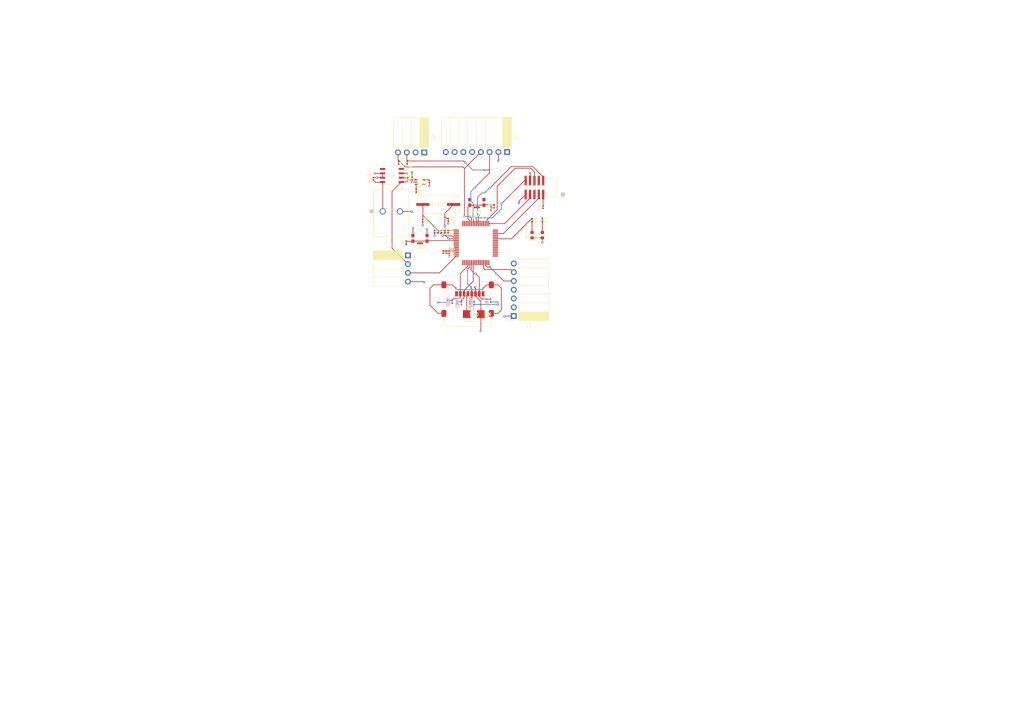
<source format=kicad_pcb>
(kicad_pcb (version 20240108) (generator "pcbnew") (generator_version "8.0")
  (layers (0 "F.Cu" signal) (31 "B.Cu" signal) (34 "B.Paste" user) (35 "F.Paste" user) (36 "B.SilkS" user "B.Silkscreen") (37 "F.SilkS" user "F.Silkscreen") (38 "B.Mask" user) (39 "F.Mask" user) (44 "Edge.Cuts" user))
  (net 0 "")
  (net 1 "Net-(J5-VTref)")
  (net 2 "/BOOT0")
  (net 3 "/OSC_IN")
  (net 4 "/OSC_OUT")
  (net 5 "/MOSI")
  (net 6 "/MISO")
  (net 7 "/CS")
  (net 8 "/SCK")
  (net 9 "Net-(D1-A)")
  (net 10 "Net-(D2-A)")
  (net 11 "/SDA")
  (net 13 "/SCL")
  (net 16 "/RX")
  (net 17 "/TX")
  (net 21 "unconnected-(J4-SHIELD-Pad9)")
  (net 24 "/TDI")
  (net 25 "/NRST")
  (net 26 "/TMS")
  (net 28 "/TDO")
  (net 29 "/TCK")
  (net 30 "/PRESSURE_OUT")
  (net 32 "/GPIO_LED")
  (net 33 "Net-(U3-EN)")
  (net 72 "+3.3V")
  (net 73 "+3.3VA")
  (net 74 "+VDC")
  (net 75 "+5V")
  (net 76 "GND")
  (footprint "LED_SMD:LED_0603_1608Metric" (layer "F.Cu") (at 157.3 68.2 90)
    (property "Reference" "D1")
    (property "Value" "LED")
  )
  (footprint "Package_QFP:LQFP-64_10x10mm_P0.5mm" (layer "F.Cu") (at 138 70.5)
    (property "Reference" "U1")
    (property "Value" "STM32L476RGTx")
  )
  (footprint "Capacitor_SMD:C_0201_0603Metric" (layer "F.Cu") (at 118.2666 51.9 -90)
    (property "Reference" "C13")
    (property "Value" "100nF")
  )
  (footprint "Resistor_SMD:R_0201_0603Metric_Pad0.64x0.40mm_HandSolder" (layer "F.Cu") (at 143.3 59.8925 90)
    (property "Reference" "R1")
    (property "Value" "10k")
  )
  (footprint "Capacitor_SMD:C_0201_0603Metric" (layer "F.Cu") (at 129.4 73.1 -90)
    (property "Reference" "C14")
    (property "Value" "1uF")
  )
  (footprint "Capacitor_SMD:C_0201_0603Metric" (layer "F.Cu") (at 129 67.18 -90)
    (property "Reference" "C2")
    (property "Value" "100nF")
  )
  (footprint "Capacitor_SMD:C_0201_0603Metric" (layer "F.Cu") (at 119.5 51 90)
    (property "Reference" "C12")
    (property "Value" "1uF")
  )
  (footprint "Inductor_SMD:L_0201_0603Metric" (layer "F.Cu") (at 128.5 73.1 90)
    (property "Reference" "L1")
    (property "Value" "3.3uh")
  )
  (footprint "Resistor_SMD:R_0201_0603Metric_Pad0.64x0.40mm_HandSolder" (layer "F.Cu") (at 157.3 63.8075 -90)
    (property "Reference" "R3")
    (property "Value" "220")
  )
  (footprint "Capacitor_SMD:C_0201_0603Metric" (layer "F.Cu") (at 127 67.2 -90)
    (property "Reference" "C4")
    (property "Value" "100nF")
  )
  (footprint "Capacitor_SMD:C_0201_0603Metric" (layer "F.Cu") (at 130.3 73.1 -90)
    (property "Reference" "C15")
    (property "Value" "10uf")
  )
  (footprint "Connector_PinSocket_2.54mm:PinSocket_1x07_P2.54mm_Horizontal" (layer "F.Cu") (at 149 91.65 180)
    (property "Reference" "J3")
    (property "Value" "Conn_01x07_Pin")
  )
  (footprint "MIC5365-3.3YC5-TR:SC-70_C5_MCH" (layer "F.Cu") (at 121.8 52.8)
    (property "Reference" "U3")
    (property "Value" "MIC5365-3.3YC5-TR")
  )
  (footprint "SMLVT3V3:SMB_STM" (layer "F.Cu") (at 137.4 91.1 180)
    (property "Reference" "CR1")
    (property "Value" "SMLVT3V3")
  )
  (footprint "LED_SMD:LED_0603_1608Metric" (layer "F.Cu") (at 154.3 68.2 90)
    (property "Reference" "D2")
    (property "Value" "LED")
  )
  (footprint "1987724:CONN_1987724_PXC" (layer "F.Cu") (at 111 61.3)
    (property "Reference" "J7")
    (property "Value" "1987724")
  )
  (footprint "Capacitor_SMD:C_0201_0603Metric" (layer "F.Cu") (at 124.5 52.6 90)
    (property "Reference" "C11")
    (property "Value" "1uF")
  )
  (footprint "3221_10_0300_00:CONN10_3221-10-0300-00_CNC" (layer "F.Cu") (at 154.9951 54.38725 180)
    (property "Reference" "J5")
    (property "Value" "Conn_ARM_JTAG_SWD_10")
  )
  (footprint "Connector_Card:microSD_HC_Molex_47219-2001" (layer "F.Cu") (at 135.605 87.3)
    (property "Reference" "J4")
    (property "Value" "Micro_SD_Card")
  )
  (footprint "Button_Switch_SMD:SW_SPST_CK_KMS2xxGP" (layer "F.Cu") (at 121.8 69.125 180)
    (property "Reference" "SW2")
    (property "Value" "CK_KMS2xxG")
  )
  (footprint "Resistor_SMD:R_0201_0603Metric_Pad0.64x0.40mm_HandSolder" (layer "F.Cu") (at 115.6 47.1 -90)
    (property "Reference" "R13")
    (property "Value" "4.7K")
  )
  (footprint "Capacitor_SMD:C_0201_0603Metric" (layer "F.Cu") (at 126 67.2 -90)
    (property "Reference" "C5")
    (property "Value" "100nF")
  )
  (footprint "Connector_PinSocket_2.54mm:PinSocket_1x08_P2.54mm_Horizontal" (layer "F.Cu") (at 147.075 44.1 -90)
    (property "Reference" "J1")
    (property "Value" "Conn_01x08_Pin")
  )
  (footprint "Connector_PinSocket_2.54mm:PinSocket_1x04_P2.54mm_Horizontal" (layer "F.Cu") (at 118.3 74.05)
    (property "Reference" "J6")
    (property "Value" "Conn_01x04_Pin")
  )
  (footprint "Capacitor_SMD:C_0201_0603Metric" (layer "F.Cu") (at 130 63.7 -90)
    (property "Reference" "C9")
    (property "Value" "18pF")
  )
  (footprint "MC78L05ACDR2G:SOIC8_ONS" (layer "F.Cu") (at 113.6666 50.9 180)
    (property "Reference" "U2")
    (property "Value" "MC78L05ACDR2G")
  )
  (footprint "Capacitor_SMD:C_0201_0603Metric" (layer "F.Cu") (at 142.4 59.7 -90)
    (property "Reference" "C7")
    (property "Value" "100nF")
  )
  (footprint "Button_Switch_SMD:SW_SPST_CK_KMS2xxGP" (layer "F.Cu") (at 138.3 58.7 180)
    (property "Reference" "SW1")
    (property "Value" "CK_KMS2xxG")
  )
  (footprint "Capacitor_SMD:C_0201_0603Metric" (layer "F.Cu") (at 122.6 64 -90)
    (property "Reference" "C8")
    (property "Value" "18pF")
  )
  (footprint "Capacitor_SMD:C_0201_0603Metric" (layer "F.Cu") (at 130 67.18 -90)
    (property "Reference" "C1")
    (property "Value" "100nF")
  )
  (footprint "Capacitor_SMD:C_0201_0603Metric" (layer "F.Cu") (at 108.2666 51.82 90)
    (property "Reference" "C10")
    (property "Value" "0.33uf")
  )
  (footprint "Resistor_SMD:R_0201_0603Metric_Pad0.64x0.40mm_HandSolder" (layer "F.Cu") (at 118.1 47.1 -90)
    (property "Reference" "R12")
    (property "Value" "4.7K")
  )
  (footprint "ABLS-8.000MHZ-K4T:CRYSTAL_ABLS-8.000MHZ-K4T_ABR" (layer "F.Cu") (at 127.1 59.3)
    (property "Reference" "XTAL1")
    (property "Value" "ABLS-8.000MHZ-K4T")
  )
  (footprint "Resistor_SMD:R_0201_0603Metric_Pad0.64x0.40mm_HandSolder" (layer "F.Cu") (at 120.7 55.3 -90)
    (property "Reference" "R14")
    (property "Value" "10k")
  )
  (footprint "Capacitor_SMD:C_0201_0603Metric" (layer "F.Cu") (at 128 67.2 -90)
    (property "Reference" "C3")
    (property "Value" "100nF")
  )
  (footprint "Resistor_SMD:R_0201_0603Metric_Pad0.64x0.40mm_HandSolder" (layer "F.Cu") (at 117.8 70.4 90)
    (property "Reference" "R2")
    (property "Value" "10k")
  )
  (footprint "Resistor_SMD:R_0201_0603Metric_Pad0.64x0.40mm_HandSolder" (layer "F.Cu") (at 154.31 63.8925 -90)
    (property "Reference" "R4")
    (property "Value" "220")
  )
  (footprint "Capacitor_SMD:C_0201_0603Metric" (layer "F.Cu") (at 157.5 60.1 90)
    (property "Reference" "C6")
    (property "Value" "100nF")
  )
  (footprint "Connector_PinSocket_2.54mm:PinSocket_1x04_P2.54mm_Horizontal" (layer "F.Cu") (at 123.05 44.2 -90)
    (property "Reference" "J2")
    (property "Value" "Conn_01x04_Pin")
  )
  (footprint "Resistor_SMD:R_0201_0603Metric_Pad0.64x0.40mm_HandSolder" (layer "B.Cu") (at 133.8 87.9 -90)
    (property "Reference" "R7")
    (property "Value" "10k")
  )
  (footprint "PESD5V0S1UL,315:DFN1006-2_SOD882_NEX" (layer "B.Cu") (at 141.2 87.2 90)
    (property "Reference" "CR3")
    (property "Value" "PESD5V0S1UL_315")
  )
  (footprint "Resistor_SMD:R_0201_0603Metric_Pad0.64x0.40mm_HandSolder" (layer "B.Cu") (at 137.5 87.9 -90)
    (property "Reference" "R10")
    (property "Value" "10k")
  )
  (footprint "PESD5V0S1UL,315:DFN1006-2_SOD882_NEX" (layer "B.Cu") (at 136.4 87.8 90)
    (property "Reference" "CR5")
    (property "Value" "PESD5V0S1UL_315")
  )
  (footprint "Resistor_SMD:R_0201_0603Metric_Pad0.64x0.40mm_HandSolder" (layer "B.Cu") (at 142.3 87.2 -90)
    (property "Reference" "R8")
    (property "Value" "10k")
  )
  (footprint "PESD5V0S1UL,315:DFN1006-2_SOD882_NEX" (layer "B.Cu") (at 132.6 87.8 90)
    (property "Reference" "CR2")
    (property "Value" "PESD5V0S1UL_315")
  )
  (footprint "PESD5V0S1UL,315:DFN1006-2_SOD882_NEX" (layer "B.Cu") (at 129.9 87.4 90)
    (property "Reference" "CR4")
    (property "Value" "PESD5V0S1UL_315")
  )
  (footprint "Resistor_SMD:R_0201_0603Metric_Pad0.64x0.40mm_HandSolder" (layer "B.Cu") (at 131.1 87.5 -90)
    (property "Reference" "R9")
    (property "Value" "10k")
  )
  (segment (start 157.5 59.78) (end 157.5 56.442348) (width 0.2) (layer "F.Cu") (net 1))
  (segment (start 157.5 56.442348) (end 157.5351 56.407248) (width 0.2) (layer "F.Cu") (net 1))
  (segment (start 140.35 59.5) (end 140.47 59.38) (width 0.2) (layer "F.Cu") (net 2))
  (segment (start 136.25 59.5) (end 140.35 59.5) (width 0.2) (layer "F.Cu") (net 2))
  (segment (start 136.25 64.01759) (end 136.25 64.825) (width 0.2) (layer "F.Cu") (net 2))
  (segment (start 135.7 60.05) (end 135.7 63.46759) (width 0.2) (layer "F.Cu") (net 2))
  (segment (start 136.25 59.5) (end 135.7 60.05) (width 0.2) (layer "F.Cu") (net 2))
  (segment (start 140.47 59.38) (end 142.4 59.38) (width 0.2) (layer "F.Cu") (net 2))
  (segment (start 135.7 63.46759) (end 136.25 64.01759) (width 0.2) (layer "F.Cu") (net 2))
  (segment (start 143.195 59.38) (end 143.3 59.485) (width 0.2) (layer "F.Cu") (net 2))
  (segment (start 142.4 59.38) (end 143.195 59.38) (width 0.2) (layer "F.Cu") (net 2))
  (segment (start 131.451544 68.75) (end 132.325 68.75) (width 0.2) (layer "F.Cu") (net 3))
  (segment (start 122.6423 62.4423) (end 126 65.8) (width 0.2) (layer "F.Cu") (net 3))
  (segment (start 122.6 62.4846) (end 122.6423 62.4423) (width 0.2) (layer "F.Cu") (net 3))
  (segment (start 131.101544 68.4) (end 131.451544 68.75) (width 0.2) (layer "F.Cu") (net 3))
  (segment (start 128.5 68.4) (end 131.101544 68.4) (width 0.2) (layer "F.Cu") (net 3))
  (segment (start 122.6 63.68) (end 122.6 62.4846) (width 0.2) (layer "F.Cu") (net 3))
  (segment (start 122.6423 59.3) (end 122.6423 62.4423) (width 0.2) (layer "F.Cu") (net 3))
  (segment (start 128.4 68.3) (end 128.5 68.4) (width 0.2) (layer "F.Cu") (net 3))
  (via (at 126 65.8) (size 0.6) (drill 0.3) (layers "F.Cu" "B.Cu") (net 3))
  (via (at 128.4 68.3) (size 0.6) (drill 0.3) (layers "F.Cu" "B.Cu") (net 3))
  (segment (start 126.6 66.4) (end 126.6 66.5) (width 0.2) (layer "B.Cu") (net 3))
  (segment (start 128.4 68.3) (end 128.5 68.4) (width 0.2) (layer "B.Cu") (net 3))
  (segment (start 126.6 66.5) (end 128.4 68.3) (width 0.2) (layer "B.Cu") (net 3))
  (segment (start 126 65.8) (end 126.6 66.4) (width 0.2) (layer "B.Cu") (net 3))
  (segment (start 129 62.8) (end 129 65.5) (width 0.2) (layer "F.Cu") (net 4))
  (segment (start 131.5577 59.3) (end 129 61.8577) (width 0.2) (layer "F.Cu") (net 4))
  (segment (start 129 61.8577) (end 129 62) (width 0.2) (layer "F.Cu") (net 4))
  (segment (start 129.58 63.38) (end 129 62.8) (width 0.2) (layer "F.Cu") (net 4))
  (segment (start 130.15 69.25) (end 132.325 69.25) (width 0.2) (layer "F.Cu") (net 4))
  (segment (start 130 63.38) (end 129.58 63.38) (width 0.2) (layer "F.Cu") (net 4))
  (segment (start 129 62) (end 129 62.8) (width 0.2) (layer "F.Cu") (net 4))
  (segment (start 130 69.1) (end 130.15 69.25) (width 0.2) (layer "F.Cu") (net 4))
  (via (at 129 65.5) (size 0.6) (drill 0.3) (layers "F.Cu" "B.Cu") (net 4))
  (via (at 130 69.1) (size 0.6) (drill 0.3) (layers "F.Cu" "B.Cu") (net 4))
  (segment (start 129 68.1) (end 130 69.1) (width 0.2) (layer "B.Cu") (net 4))
  (segment (start 129 65.5) (end 129 68.1) (width 0.2) (layer "B.Cu") (net 4))
  (segment (start 137.25 81.6) (end 137.25 76.175) (width 0.2) (layer "F.Cu") (net 5))
  (segment (start 134.1 86.8) (end 134.6 86.3) (width 0.2) (layer "F.Cu") (net 5))
  (segment (start 134.6 84.25) (end 137.25 81.6) (width 0.2) (layer "F.Cu") (net 5))
  (segment (start 134.6 85.2) (end 134.6 84.25) (width 0.2) (layer "F.Cu") (net 5))
  (segment (start 134.6 86.3) (end 134.6 85.2) (width 0.2) (layer "F.Cu") (net 5))
  (via (at 134.1 86.8) (size 0.6) (drill 0.3) (layers "F.Cu" "B.Cu") (net 5))
  (segment (start 133.8 87.1) (end 134.1 86.8) (width 0.2) (layer "B.Cu") (net 5))
  (segment (start 132.6 87.4825) (end 133.79 87.4825) (width 0.2) (layer "B.Cu") (net 5))
  (segment (start 133.79 87.4825) (end 133.8 87.4925) (width 0.2) (layer "B.Cu") (net 5))
  (segment (start 133.8 87.4925) (end 133.8 87.1) (width 0.2) (layer "B.Cu") (net 5))
  (segment (start 136.6 78) (end 136.75 77.85) (width 0.2) (layer "F.Cu") (net 6))
  (segment (start 136.75 77.85) (end 136.75 76.175) (width 0.2) (layer "F.Cu") (net 6))
  (segment (start 139 85.2) (end 139 80.4) (width 0.2) (layer "F.Cu") (net 6))
  (segment (start 139.7 86.7) (end 139 86) (width 0.2) (layer "F.Cu") (net 6))
  (segment (start 139 80.4) (end 138 79.4) (width 0.2) (layer "F.Cu") (net 6))
  (segment (start 139 86) (end 139 85.2) (width 0.2) (layer "F.Cu") (net 6))
  (via (at 136.6 78) (size 0.6) (drill 0.3) (layers "F.Cu" "B.Cu") (net 6))
  (via (at 139.7 86.7) (size 0.6) (drill 0.3) (layers "F.Cu" "B.Cu") (net 6))
  (via (at 138 79.4) (size 0.6) (drill 0.3) (layers "F.Cu" "B.Cu") (net 6))
  (segment (start 138 79.4) (end 137.651471 79.4) (width 0.2) (layer "B.Cu") (net 6))
  (segment (start 139.7 86.7) (end 141.0175 86.7) (width 0.2) (layer "B.Cu") (net 6))
  (segment (start 136.6 78.348529) (end 136.6 78) (width 0.2) (layer "B.Cu") (net 6))
  (segment (start 141.29 86.7925) (end 141.2 86.8825) (width 0.2) (layer "B.Cu") (net 6))
  (segment (start 137.651471 79.4) (end 136.6 78.348529) (width 0.2) (layer "B.Cu") (net 6))
  (segment (start 142.3 86.7925) (end 141.29 86.7925) (width 0.2) (layer "B.Cu") (net 6))
  (segment (start 141.0175 86.7) (end 141.2 86.8825) (width 0.2) (layer "B.Cu") (net 6))
  (segment (start 133.05 86.6) (end 133.5 86.15) (width 0.2) (layer "F.Cu") (net 7))
  (segment (start 131.7 86.6) (end 133.05 86.6) (width 0.2) (layer "F.Cu") (net 7))
  (segment (start 133.5 86.15) (end 133.5 85.2) (width 0.2) (layer "F.Cu") (net 7))
  (segment (start 135.75 77.08241) (end 133.5 79.33241) (width 0.2) (layer "F.Cu") (net 7))
  (segment (start 133.5 79.33241) (end 133.5 85.2) (width 0.2) (layer "F.Cu") (net 7))
  (segment (start 135.75 76.175) (end 135.75 77.08241) (width 0.2) (layer "F.Cu") (net 7))
  (via (at 131.7 86.6) (size 0.6) (drill 0.3) (layers "F.Cu" "B.Cu") (net 7))
  (segment (start 131.1 87.0925) (end 131.5925 86.6) (width 0.2) (layer "B.Cu") (net 7))
  (segment (start 131.09 87.0825) (end 131.1 87.0925) (width 0.2) (layer "B.Cu") (net 7))
  (segment (start 131.5925 86.6) (end 131.7 86.6) (width 0.2) (layer "B.Cu") (net 7))
  (segment (start 131.7 86.6) (end 131.8 86.6) (width 0.2) (layer "B.Cu") (net 7))
  (segment (start 129.9 87.0825) (end 131.09 87.0825) (width 0.2) (layer "B.Cu") (net 7))
  (segment (start 136.6 86.5) (end 136.9 86.2) (width 0.2) (layer "F.Cu") (net 8))
  (segment (start 136.9 85.3) (end 136.8 85.2) (width 0.2) (layer "F.Cu") (net 8))
  (segment (start 136.9 86.2) (end 136.9 85.3) (width 0.2) (layer "F.Cu") (net 8))
  (segment (start 136.8 83.5) (end 136.6 83.3) (width 0.2) (layer "F.Cu") (net 8))
  (segment (start 135.6 78.1) (end 136.25 77.45) (width 0.2) (layer "F.Cu") (net 8))
  (segment (start 136.8 85.2) (end 136.8 83.5) (width 0.2) (layer "F.Cu") (net 8))
  (segment (start 136.25 77.45) (end 136.25 76.175) (width 0.2) (layer "F.Cu") (net 8))
  (via (at 136.6 86.5) (size 0.6) (drill 0.3) (layers "F.Cu" "B.Cu") (net 8))
  (via (at 135.6 78.1) (size 0.6) (drill 0.3) (layers "F.Cu" "B.Cu") (net 8))
  (via (at 136.6 83.3) (size 0.6) (drill 0.3) (layers "F.Cu" "B.Cu") (net 8))
  (segment (start 137.5 87.4925) (end 136.41 87.4925) (width 0.2) (layer "B.Cu") (net 8))
  (segment (start 135.6 78.1) (end 135.7 78.2) (width 0.2) (layer "B.Cu") (net 8))
  (segment (start 136.41 87.4925) (end 136.4 87.4825) (width 0.2) (layer "B.Cu") (net 8))
  (segment (start 135.6 82.3) (end 136.6 83.3) (width 0.2) (layer "B.Cu") (net 8))
  (segment (start 136.4 86.7) (end 136.6 86.5) (width 0.2) (layer "B.Cu") (net 8))
  (segment (start 136.4 87.4825) (end 136.4 86.7) (width 0.2) (layer "B.Cu") (net 8))
  (segment (start 135.6 78.1) (end 135.6 82.3) (width 0.2) (layer "B.Cu") (net 8))
  (segment (start 157.3 67.4125) (end 157.3 64.215) (width 0.2) (layer "F.Cu") (net 9))
  (segment (start 154.3 65.61) (end 154.31 65.6) (width 0.2) (layer "F.Cu") (net 10))
  (segment (start 154.31 65.6) (end 154.31 64.3) (width 0.2) (layer "F.Cu") (net 10))
  (segment (start 154.3 67.4125) (end 154.3 65.61) (width 0.2) (layer "F.Cu") (net 10))
  (segment (start 134.7 62.7) (end 134.7 48.855) (width 0.2) (layer "F.Cu") (net 11))
  (segment (start 136.75 63.25) (end 136.75 64.825) (width 0.2) (layer "F.Cu") (net 11))
  (segment (start 115.799999 46.6925) (end 117.507499 48.4) (width 0.2) (layer "F.Cu") (net 11))
  (segment (start 134.7 48.855) (end 139.455 44.1) (width 0.2) (layer "F.Cu") (net 11))
  (segment (start 115.43 44.2) (end 115.43 46.43) (width 0.2) (layer "F.Cu") (net 11))
  (segment (start 134.245 48.4) (end 134.7 48.855) (width 0.2) (layer "F.Cu") (net 11))
  (segment (start 115.43 46.43) (end 115.6 46.6) (width 0.2) (layer "F.Cu") (net 11))
  (segment (start 136.3 62.8) (end 136.75 63.25) (width 0.2) (layer "F.Cu") (net 11))
  (segment (start 115.6 46.6925) (end 115.799999 46.6925) (width 0.2) (layer "F.Cu") (net 11))
  (segment (start 117.507499 48.4) (end 134.245 48.4) (width 0.2) (layer "F.Cu") (net 11))
  (via (at 134.7 62.7) (size 0.6) (drill 0.3) (layers "F.Cu" "B.Cu") (net 11))
  (via (at 136.3 62.8) (size 0.6) (drill 0.3) (layers "F.Cu" "B.Cu") (net 11))
  (segment (start 134.7 62.7) (end 134.8 62.8) (width 0.2) (layer "B.Cu") (net 11))
  (segment (start 134.8 62.8) (end 136.3 62.8) (width 0.2) (layer "B.Cu") (net 11))
  (segment (start 137.2 62.8) (end 137.3 62.9) (width 0.2) (layer "F.Cu") (net 13))
  (segment (start 117.97 46.47) (end 118.1 46.6) (width 0.2) (layer "F.Cu") (net 13))
  (segment (start 134.4925 46.6925) (end 134.9 47.1) (width 0.2) (layer "F.Cu") (net 13))
  (segment (start 141.995 50.105) (end 137.7 54.4) (width 0.2) (layer "F.Cu") (net 13))
  (segment (start 141.995 44.1) (end 141.995 49.2) (width 0.2) (layer "F.Cu") (net 13))
  (segment (start 140.5 49.3) (end 141.895 49.3) (width 0.2) (layer "F.Cu") (net 13))
  (segment (start 137.3 62.9) (end 137.3 64.6) (width 0.2) (layer "F.Cu") (net 13))
  (segment (start 118.1 46.6925) (end 134.4925 46.6925) (width 0.2) (layer "F.Cu") (net 13))
  (segment (start 141.995 49.2) (end 141.995 50.105) (width 0.2) (layer "F.Cu") (net 13))
  (segment (start 117.97 44.2) (end 117.97 46.47) (width 0.2) (layer "F.Cu") (net 13))
  (segment (start 141.895 49.3) (end 141.995 49.2) (width 0.2) (layer "F.Cu") (net 13))
  (via (at 140.5 49.3) (size 0.6) (drill 0.3) (layers "F.Cu" "B.Cu") (net 13))
  (via (at 137.2 62.8) (size 0.6) (drill 0.3) (layers "F.Cu" "B.Cu") (net 13))
  (via (at 137.7 54.4) (size 0.6) (drill 0.3) (layers "F.Cu" "B.Cu") (net 13))
  (via (at 134.9 47.1) (size 0.6) (drill 0.3) (layers "F.Cu" "B.Cu") (net 13))
  (segment (start 137.1 49.3) (end 140.5 49.3) (width 0.2) (layer "B.Cu") (net 13))
  (segment (start 137.2 58.956371) (end 137.2 62.8) (width 0.2) (layer "B.Cu") (net 13))
  (segment (start 136.525 58.281371) (end 137.2 58.956371) (width 0.2) (layer "B.Cu") (net 13))
  (segment (start 134.9 47.1) (end 137.1 49.3) (width 0.2) (layer "B.Cu") (net 13))
  (segment (start 137.7 54.4) (end 136.525 55.575) (width 0.2) (layer "B.Cu") (net 13))
  (segment (start 136.525 55.575) (end 136.525 58.281371) (width 0.2) (layer "B.Cu") (net 13))
  (segment (start 146.09 81.49) (end 143.9 79.3) (width 0.2) (layer "F.Cu") (net 16))
  (segment (start 142.05 77.45) (end 141.21759 77.45) (width 0.2) (layer "F.Cu") (net 16))
  (segment (start 141.21759 77.45) (end 140.75 76.98241) (width 0.2) (layer "F.Cu") (net 16))
  (segment (start 140.75 76.98241) (end 140.75 76.175) (width 0.2) (layer "F.Cu") (net 16))
  (segment (start 149 81.49) (end 146.09 81.49) (width 0.2) (layer "F.Cu") (net 16))
  (via (at 143.9 79.3) (size 0.6) (drill 0.3) (layers "F.Cu" "B.Cu") (net 16))
  (via (at 142.05 77.45) (size 0.6) (drill 0.3) (layers "F.Cu" "B.Cu") (net 16))
  (segment (start 143.9 79.3) (end 142.05 77.45) (width 0.2) (layer "B.Cu") (net 16))
  (segment (start 142.05 77.45) (end 142 77.4) (width 0.2) (layer "B.Cu") (net 16))
  (segment (start 148.25 78.2) (end 140.6 78.2) (width 0.2) (layer "F.Cu") (net 17))
  (segment (start 140.25 77.85) (end 140.25 76.175) (width 0.2) (layer "F.Cu") (net 17))
  (segment (start 149 78.95) (end 148.25 78.2) (width 0.2) (layer "F.Cu") (net 17))
  (segment (start 140.6 78.2) (end 140.25 77.85) (width 0.2) (layer "F.Cu") (net 17))
  (segment (start 131.2 82.6) (end 132.3 83.7) (width 0.2) (layer "F.Cu") (net 21))
  (segment (start 124.7 88.5) (end 124.7 83.65) (width 0.2) (layer "F.Cu") (net 21))
  (segment (start 128.73 90.9) (end 127.1 90.9) (width 0.2) (layer "F.Cu") (net 21))
  (segment (start 145.4 89.9) (end 145.4 83.6) (width 0.2) (layer "F.Cu") (net 21))
  (segment (start 128.73 82.6) (end 131.2 82.6) (width 0.2) (layer "F.Cu") (net 21))
  (segment (start 125.75 82.6) (end 128.73 82.6) (width 0.2) (layer "F.Cu") (net 21))
  (segment (start 142.48 90.9) (end 144.4 90.9) (width 0.2) (layer "F.Cu") (net 21))
  (segment (start 144.4 90.9) (end 145.4 89.9) (width 0.2) (layer "F.Cu") (net 21))
  (segment (start 124.7 83.65) (end 125.75 82.6) (width 0.2) (layer "F.Cu") (net 21))
  (segment (start 145.4 83.6) (end 144.4 82.6) (width 0.2) (layer "F.Cu") (net 21))
  (segment (start 144.4 82.6) (end 142.48 82.6) (width 0.2) (layer "F.Cu") (net 21))
  (segment (start 127.1 90.9) (end 124.7 88.5) (width 0.2) (layer "F.Cu") (net 21))
  (segment (start 141.2 82.6) (end 142.48 82.6) (width 0.2) (layer "F.Cu") (net 21))
  (segment (start 140.1 83.7) (end 141.2 82.6) (width 0.2) (layer "F.Cu") (net 21))
  (via (at 140.1 83.7) (size 0.6) (drill 0.3) (layers "F.Cu" "B.Cu") (net 21))
  (via (at 132.3 83.7) (size 0.6) (drill 0.3) (layers "F.Cu" "B.Cu") (net 21))
  (segment (start 139.8 84) (end 140.1 83.7) (width 0.2) (layer "B.Cu") (net 21))
  (segment (start 132.6 84) (end 139.8 84) (width 0.2) (layer "B.Cu") (net 21))
  (segment (start 132.3 83.7) (end 132.6 84) (width 0.2) (layer "B.Cu") (net 21))
  (segment (start 149.4 48.8) (end 144.2 54) (width 0.2) (layer "F.Cu") (net 24))
  (segment (start 154.9951 52.367252) (end 154.9951 49.8951) (width 0.2) (layer "F.Cu") (net 24))
  (segment (start 153.9 48.8) (end 149.4 48.8) (width 0.2) (layer "F.Cu") (net 24))
  (segment (start 141.25 63.75) (end 141.25 64.825) (width 0.2) (layer "F.Cu") (net 24))
  (segment (start 144.2 60.8) (end 141.25 63.75) (width 0.2) (layer "F.Cu") (net 24))
  (segment (start 144.2 54) (end 144.2 60.8) (width 0.2) (layer "F.Cu") (net 24))
  (segment (start 154.9951 49.8951) (end 153.9 48.8) (width 0.2) (layer "F.Cu") (net 24))
  (segment (start 138.1 63.175) (end 138.25 63.325) (width 0.2) (layer "F.Cu") (net 25))
  (segment (start 138.25 63.325) (end 138.25 64.825) (width 0.2) (layer "F.Cu") (net 25))
  (segment (start 119.6825 69.9925) (end 119.75 69.925) (width 0.2) (layer "F.Cu") (net 25))
  (segment (start 124.025 69.75) (end 132.325 69.75) (width 0.2) (layer "F.Cu") (net 25))
  (segment (start 152.132748 52.367252) (end 145.4 59.1) (width 0.2) (layer "F.Cu") (net 25))
  (segment (start 123.85 69.925) (end 124.025 69.75) (width 0.2) (layer "F.Cu") (net 25))
  (segment (start 119.75 69.925) (end 123.85 69.925) (width 0.2) (layer "F.Cu") (net 25))
  (segment (start 152.4551 52.367252) (end 152.132748 52.367252) (width 0.2) (layer "F.Cu") (net 25))
  (segment (start 117.8 69.9925) (end 119.6825 69.9925) (width 0.2) (layer "F.Cu") (net 25))
  (via (at 138.1 63.175) (size 0.6) (drill 0.3) (layers "F.Cu" "B.Cu") (net 25))
  (via (at 145.4 59.1) (size 0.6) (drill 0.3) (layers "F.Cu" "B.Cu") (net 25))
  (segment (start 142.825 63.175) (end 145.4 60.6) (width 0.2) (layer "B.Cu") (net 25))
  (segment (start 138.1 63.175) (end 142.825 63.175) (width 0.2) (layer "B.Cu") (net 25))
  (segment (start 145.4 60.6) (end 145.4 59.1) (width 0.2) (layer "B.Cu") (net 25))
  (segment (start 156.2651 56.407248) (end 156.2651 57.461348) (width 0.2) (layer "F.Cu") (net 26))
  (segment (start 156.2651 57.461348) (end 145.976448 67.75) (width 0.2) (layer "F.Cu") (net 26))
  (segment (start 145.976448 67.75) (end 143.675 67.75) (width 0.2) (layer "F.Cu") (net 26))
  (segment (start 138.7 62.6) (end 138.7 64.775) (width 0.2) (layer "F.Cu") (net 28))
  (segment (start 157.5351 51.313152) (end 154.521948 48.3) (width 0.2) (layer "F.Cu") (net 28))
  (segment (start 154.521948 48.3) (end 148.3 48.3) (width 0.2) (layer "F.Cu") (net 28))
  (segment (start 148.3 48.3) (end 142 54.6) (width 0.2) (layer "F.Cu") (net 28))
  (segment (start 138.8 62.5) (end 138.7 62.6) (width 0.2) (layer "F.Cu") (net 28))
  (segment (start 138.7 64.775) (end 138.75 64.825) (width 0.2) (layer "F.Cu") (net 28))
  (segment (start 157.5351 52.367252) (end 157.5351 51.313152) (width 0.2) (layer "F.Cu") (net 28))
  (via (at 142 54.6) (size 0.6) (drill 0.3) (layers "F.Cu" "B.Cu") (net 28))
  (via (at 138.8 62.5) (size 0.6) (drill 0.3) (layers "F.Cu" "B.Cu") (net 28))
  (segment (start 138.8 62.5) (end 138.475 62.175) (width 0.2) (layer "B.Cu") (net 28))
  (segment (start 140.6 55.9) (end 141.9 54.6) (width 0.2) (layer "B.Cu") (net 28))
  (segment (start 138.475 57.225) (end 139.8 55.9) (width 0.2) (layer "B.Cu") (net 28))
  (segment (start 138.8 62.5) (end 138.6 62.5) (width 0.2) (layer "B.Cu") (net 28))
  (segment (start 139.8 55.9) (end 140.6 55.9) (width 0.2) (layer "B.Cu") (net 28))
  (segment (start 138.475 62.175) (end 138.475 57.225) (width 0.2) (layer "B.Cu") (net 28))
  (segment (start 138.6 62.5) (end 138.5 62.6) (width 0.2) (layer "B.Cu") (net 28))
  (segment (start 141.9 54.6) (end 142 54.6) (width 0.2) (layer "B.Cu") (net 28))
  (segment (start 153.7251 56.407248) (end 153.7251 57.461348) (width 0.2) (layer "F.Cu") (net 29))
  (segment (start 153.7251 57.461348) (end 146.361448 64.825) (width 0.2) (layer "F.Cu") (net 29))
  (segment (start 146.361448 64.825) (end 141.75 64.825) (width 0.2) (layer "F.Cu") (net 29))
  (segment (start 118.3 79.13) (end 127.445 79.13) (width 0.2) (layer "F.Cu") (net 30))
  (segment (start 127.445 79.13) (end 132.325 74.25) (width 0.2) (layer "F.Cu") (net 30))
  (segment (start 154.31 63.485) (end 154.110001 63.485) (width 0.2) (layer "F.Cu") (net 32))
  (segment (start 148.345001 69.25) (end 143.675 69.25) (width 0.2) (layer "F.Cu") (net 32))
  (segment (start 154.110001 63.485) (end 148.345001 69.25) (width 0.2) (layer "F.Cu") (net 32))
  (segment (start 120.7 53.461249) (end 120.68875 53.449999) (width 0.2) (layer "F.Cu") (net 33))
  (segment (start 120.7 54.8925) (end 120.7 53.461249) (width 0.2) (layer "F.Cu") (net 33))
  (segment (start 122.91125 52.150001) (end 124.370001 52.150001) (width 0.2) (layer "F.Cu") (net 72))
  (segment (start 128.02 66.86) (end 128 66.88) (width 0.2) (layer "F.Cu") (net 72))
  (segment (start 130 66.86) (end 130.11 66.75) (width 0.2) (layer "F.Cu") (net 72))
  (segment (start 135.3553 91.1) (end 135.3553 85.5447) (width 0.2) (layer "F.Cu") (net 72))
  (segment (start 129 66.86) (end 128.02 66.86) (width 0.2) (layer "F.Cu") (net 72))
  (segment (start 127 66.88) (end 126 66.88) (width 0.2) (layer "F.Cu") (net 72))
  (segment (start 135.3553 85.5447) (end 135.7 85.2) (width 0.2) (layer "F.Cu") (net 72))
  (segment (start 130.11 66.75) (end 132.325 66.75) (width 0.2) (layer "F.Cu") (net 72))
  (segment (start 128 66.88) (end 127 66.88) (width 0.2) (layer "F.Cu") (net 72))
  (segment (start 124.370001 52.150001) (end 124.5 52.28) (width 0.2) (layer "F.Cu") (net 72))
  (segment (start 130 66.86) (end 129 66.86) (width 0.2) (layer "F.Cu") (net 72))
  (via (at 144.4 88.3) (size 0.6) (drill 0.3) (layers "F.Cu" "B.Cu") (net 72))
  (via (at 144.3 87.6) (size 0.6) (drill 0.3) (layers "F.Cu" "B.Cu") (net 72))
  (segment (start 142.3 87.6075) (end 144.2925 87.6075) (width 0.2) (layer "B.Cu") (net 72))
  (segment (start 144.3925 88.3075) (end 144.4 88.3) (width 0.2) (layer "B.Cu") (net 72))
  (segment (start 144.2925 87.6075) (end 144.3 87.6) (width 0.2) (layer "B.Cu") (net 72))
  (segment (start 137.5 88.3075) (end 144.3925 88.3075) (width 0.2) (layer "B.Cu") (net 72))
  (segment (start 128.5 72.78) (end 129.4 72.78) (width 0.2) (layer "F.Cu") (net 73))
  (segment (start 132.295 72.78) (end 132.325 72.75) (width 0.2) (layer "F.Cu") (net 73))
  (segment (start 130.3 72.78) (end 132.295 72.78) (width 0.2) (layer "F.Cu") (net 73))
  (segment (start 130.3 72.78) (end 129.4 72.78) (width 0.2) (layer "F.Cu") (net 73))
  (segment (start 111 61.3) (end 111 52.8435) (width 0.2) (layer "F.Cu") (net 74))
  (segment (start 108.9666 52.9) (end 110.8665 52.9) (width 0.2) (layer "F.Cu") (net 74))
  (segment (start 108.2666 52.2) (end 108.9666 52.9) (width 0.2) (layer "F.Cu") (net 74))
  (segment (start 111 52.8435) (end 110.9615 52.805) (width 0.2) (layer "F.Cu") (net 74))
  (segment (start 110.8665 52.9) (end 110.9615 52.805) (width 0.2) (layer "F.Cu") (net 74))
  (segment (start 108.2666 52.14) (end 108.2666 52.2) (width 0.2) (layer "F.Cu") (net 74))
  (segment (start 118.2666 52.3) (end 117.7616 52.805) (width 0.2) (layer "F.Cu") (net 75))
  (segment (start 119.5 51.32) (end 119.5 52.12) (width 0.2) (layer "F.Cu") (net 75))
  (segment (start 113.7 55.4767) (end 116.3717 52.805) (width 0.2) (layer "F.Cu") (net 75))
  (segment (start 118.2666 52.22) (end 118.2666 52.3) (width 0.2) (layer "F.Cu") (net 75))
  (segment (start 119.5 52.12) (end 119.6 52.22) (width 0.2) (layer "F.Cu") (net 75))
  (segment (start 118.2666 52.22) (end 119.6 52.22) (width 0.2) (layer "F.Cu") (net 75))
  (segment (start 117.7616 52.805) (end 116.3717 52.805) (width 0.2) (layer "F.Cu") (net 75))
  (segment (start 113.7 71.99) (end 113.7 55.4767) (width 0.2) (layer "F.Cu") (net 75))
  (segment (start 119.6 52.22) (end 120.618751 52.22) (width 0.2) (layer "F.Cu") (net 75))
  (segment (start 118.3 76.59) (end 113.7 71.99) (width 0.2) (layer "F.Cu") (net 75))
  (segment (start 120.618751 52.22) (end 120.68875 52.150001) (width 0.2) (layer "F.Cu") (net 75))
  (segment (start 109.2666 51.5) (end 108.2666 51.5) (width 0.2) (layer "F.Cu") (net 76))
  (segment (start 130.536801 72.065456) (end 130.721345 72.25) (width 0.2) (layer "F.Cu") (net 76))
  (segment (start 124.5 52.92) (end 124.5 53.9) (width 0.2) (layer "F.Cu") (net 76))
  (segment (start 152.4551 56.407248) (end 150.5 58.362348) (width 0.2) (layer "F.Cu") (net 76))
  (segment (start 118.3 81.67) (end 122.87 81.67) (width 0.2) (layer "F.Cu") (net 76))
  (segment (start 116.3717 50.265) (end 118.0316 50.265) (width 0.2) (layer "F.Cu") (net 76))
  (segment (start 108.7016 50.265) (end 108.6666 50.3) (width 0.2) (layer "F.Cu") (net 76))
  (segment (start 119.5 52.82) (end 119.52 52.8) (width 0.2) (layer "F.Cu") (net 76))
  (segment (start 126 67.52) (end 126 68.4) (width 0.2) (layer "F.Cu") (net 76))
  (segment (start 116.4167 51.58) (end 116.3717 51.535) (width 0.2) (layer "F.Cu") (net 76))
  (segment (start 123.85 66.55) (end 123.8 66.5) (width 0.2) (layer "F.Cu") (net 76))
  (segment (start 119.3666 61.3) (end 119.4666 61.4) (width 0.2) (layer "F.Cu") (net 76))
  (segment (start 137.9 85.2) (end 137.9 83.4) (width 0.2) (layer "F.Cu") (net 76))
  (segment (start 142.4 60.02) (end 142.68 60.3) (width 0.2) (layer "F.Cu") (net 76))
  (segment (start 137.9 85.85) (end 137.9 85.2) (width 0.2) (layer "F.Cu") (net 76))
  (segment (start 142.68 60.3) (end 143.3 60.3) (width 0.2) (layer "F.Cu") (net 76))
  (segment (start 127 67.52) (end 126 67.52) (width 0.2) (layer "F.Cu") (net 76))
  (segment (start 150.5 58.362348) (end 150.5 58.9) (width 0.2) (layer "F.Cu") (net 76))
  (segment (start 118.0316 50.265) (end 118.0666 50.3) (width 0.2) (layer "F.Cu") (net 76))
  (segment (start 110.9615 50.265) (end 108.7016 50.265) (width 0.2) (layer "F.Cu") (net 76))
  (segment (start 118.2666 51.58) (end 116.4167 51.58) (width 0.2) (layer "F.Cu") (net 76))
  (segment (start 139.4447 91.1) (end 139.4447 87.3947) (width 0.2) (layer "F.Cu") (net 76))
  (segment (start 137.9 83.4) (end 137.8 83.3) (width 0.2) (layer "F.Cu") (net 76))
  (segment (start 129 67.5) (end 128.02 67.5) (width 0.2) (layer "F.Cu") (net 76))
  (segment (start 142.4 60.02) (end 142.4 61) (width 0.2) (layer "F.Cu") (net 76))
  (segment (start 139.4447 91.1) (end 139.4447 95.9553) (width 0.2) (layer "F.Cu") (net 76))
  (segment (start 116 61.3) (end 119.3666 61.3) (width 0.2) (layer "F.Cu") (net 76))
  (segment (start 153.7251 52.367252) (end 153.7251 50.2251) (width 0.2) (layer "F.Cu") (net 76))
  (segment (start 119.52 52.8) (end 120.68875 52.8) (width 0.2) (layer "F.Cu") (net 76))
  (segment (start 122.6 64.32) (end 122.6 65.4) (width 0.2) (layer "F.Cu") (net 76))
  (segment (start 110.9615 50.265) (end 110.9615 51.535) (width 0.2) (layer "F.Cu") (net 76))
  (segment (start 109.3016 51.535) (end 109.2666 51.5) (width 0.2) (layer "F.Cu") (net 76))
  (segment (start 119.5 50.68) (end 119.5 49.9) (width 0.2) (layer "F.Cu") (net 76))
  (segment (start 139.4447 87.3947) (end 137.9 85.85) (width 0.2) (layer "F.Cu") (net 76))
  (segment (start 130 64.02) (end 130 64.8) (width 0.2) (layer "F.Cu") (net 76))
  (segment (start 130.721345 72.25) (end 132.325 72.25) (width 0.2) (layer "F.Cu") (net 76))
  (segment (start 157.3 68.9875) (end 157.3 70.3) (width 0.2) (layer "F.Cu") (net 76))
  (segment (start 144.535 46.665) (end 144.5 46.7) (width 0.2) (layer "F.Cu") (net 76))
  (segment (start 130 67.5) (end 129 67.5) (width 0.2) (layer "F.Cu") (net 76))
  (segment (start 154.3 68.9875) (end 157.3 68.9875) (width 0.2) (layer "F.Cu") (net 76))
  (segment (start 128 67.52) (end 127 67.52) (width 0.2) (layer "F.Cu") (net 76))
  (segment (start 130.3 73.42) (end 129.4 73.42) (width 0.2) (layer "F.Cu") (net 76))
  (segment (start 146.25 91.75) (end 146.2 91.8) (width 0.2) (layer "F.Cu") (net 76))
  (segment (start 139.4447 95.9553) (end 139.4 96) (width 0.2) (layer "F.Cu") (net 76))
  (segment (start 144.535 44.1) (end 144.535 46.665) (width 0.2) (layer "F.Cu") (net 76))
  (segment (start 123.85 68.325) (end 123.85 66.55) (width 0.2) (layer "F.Cu") (net 76))
  (segment (start 110.9615 51.535) (end 109.3016 51.535) (width 0.2) (layer "F.Cu") (net 76))
  (segment (start 128.02 67.5) (end 128 67.52) (width 0.2) (layer "F.Cu") (net 76))
  (segment (start 119.75 66.25) (end 119.8 66.2) (width 0.2) (layer "F.Cu") (net 76))
  (segment (start 122.87 81.67) (end 123 81.8) (width 0.2) (layer "F.Cu") (net 76))
  (segment (start 146.35 91.65) (end 146.25 91.75) (width 0.2) (layer "F.Cu") (net 76))
  (segment (start 130.3 73.42) (end 130.3 74.3) (width 0.2) (layer "F.Cu") (net 76))
  (segment (start 119.75 68.325) (end 119.75 66.25) (width 0.2) (layer "F.Cu") (net 76))
  (segment (start 149 91.65) (end 146.35 91.65) (width 0.2) (layer "F.Cu") (net 76))
  (via (at 122.6 65.4) (size 0.6) (drill 0.3) (layers "F.Cu" "B.Cu") (net 76))
  (via (at 144.5 46.7) (size 0.6) (drill 0.3) (layers "F.Cu" "B.Cu") (net 76))
  (via (at 142.4 61) (size 0.6) (drill 0.3) (layers "F.Cu" "B.Cu") (net 76))
  (via (at 127 87.7175) (size 0.6) (drill 0.3) (layers "F.Cu" "B.Cu") (net 76))
  (via (at 119.5 52.82) (size 0.6) (drill 0.3) (layers "F.Cu" "B.Cu") (net 76))
  (via (at 118.0666 50.3) (size 0.6) (drill 0.3) (layers "F.Cu" "B.Cu") (net 76))
  (via (at 146.25 91.75) (size 0.6) (drill 0.3) (layers "F.Cu" "B.Cu") (net 76))
  (via (at 139.4 96) (size 0.6) (drill 0.3) (layers "F.Cu" "B.Cu") (net 76))
  (via (at 130.536801 72.065456) (size 0.6) (drill 0.3) (layers "F.Cu" "B.Cu") (net 76))
  (via (at 119.8 66.2) (size 0.6) (drill 0.3) (layers "F.Cu" "B.Cu") (net 76))
  (via (at 130 64.8) (size 0.6) (drill 0.3) (layers "F.Cu" "B.Cu") (net 76))
  (via (at 119.5 49.9) (size 0.6) (drill 0.3) (layers "F.Cu" "B.Cu") (net 76))
  (via (at 123 81.8) (size 0.6) (drill 0.3) (layers "F.Cu" "B.Cu") (net 76))
  (via (at 130.3 74.3) (size 0.6) (drill 0.3) (layers "F.Cu" "B.Cu") (net 76))
  (via (at 123.8 66.5) (size 0.6) (drill 0.3) (layers "F.Cu" "B.Cu") (net 76))
  (via (at 157.3 70.3) (size 0.6) (drill 0.3) (layers "F.Cu" "B.Cu") (net 76))
  (via (at 126 68.4) (size 0.6) (drill 0.3) (layers "F.Cu" "B.Cu") (net 76))
  (via (at 150.5 58.9) (size 0.6) (drill 0.3) (layers "F.Cu" "B.Cu") (net 76))
  (via (at 124.5 53.9) (size 0.6) (drill 0.3) (layers "F.Cu" "B.Cu") (net 76))
  (via (at 109.2666 51.5) (size 0.6) (drill 0.3) (layers "F.Cu" "B.Cu") (net 76))
  (via (at 137.8 83.3) (size 0.6) (drill 0.3) (layers "F.Cu" "B.Cu") (net 76))
  (via (at 108.6666 50.3) (size 0.6) (drill 0.3) (layers "F.Cu" "B.Cu") (net 76))
  (via (at 119.4666 61.4) (size 0.6) (drill 0.3) (layers "F.Cu" "B.Cu") (net 76))
  (via (at 153.7251 50.2251) (size 0.6) (drill 0.3) (layers "F.Cu" "B.Cu") (net 76))
  (segment (start 129.9 87.7175) (end 127 87.7175) (width 0.2) (layer "B.Cu") (net 76))
  (segment (start 126.9825 87.7175) (end 126.9 87.8) (width 0.2) (layer "B.Cu") (net 76))
  (segment (start 127 87.7175) (end 126.9825 87.7175) (width 0.2) (layer "B.Cu") (net 76))
)
</source>
